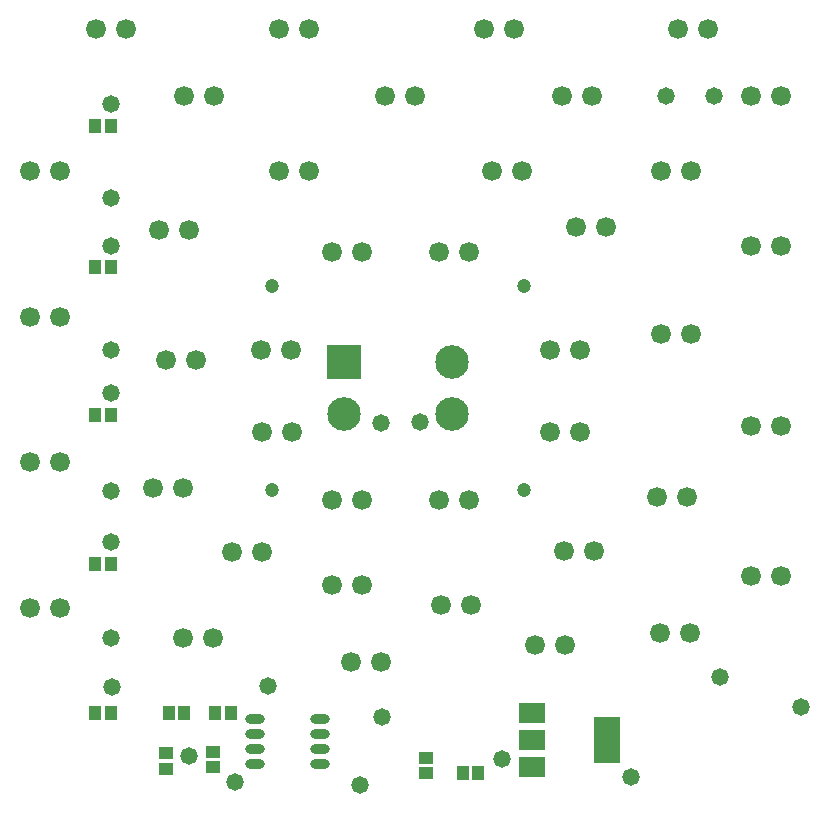
<source format=gts>
%FSLAX23Y23*%
%MOIN*%
%SFA1B1*%

%IPPOS*%
%ADD21R,0.043430X0.047370*%
%ADD22R,0.045400X0.041470*%
%ADD23R,0.041470X0.045400*%
%ADD24R,0.086740X0.157610*%
%ADD25R,0.086740X0.067060*%
%ADD26O,0.065090X0.031620*%
%ADD27C,0.066270*%
%ADD28C,0.047370*%
%ADD29C,0.111940*%
%ADD30R,0.111940X0.111940*%
%ADD31C,0.058000*%
%LNpcb1-1*%
%LPD*%
G54D21*
X613Y295D03*
X666D03*
X821D03*
X768D03*
G54D22*
X1470Y94D03*
Y145D03*
X760Y165D03*
Y114D03*
X605Y109D03*
Y160D03*
G54D23*
X1645Y95D03*
X1594D03*
X420Y295D03*
X369D03*
X420Y791D03*
X369D03*
X420Y1287D03*
X369D03*
X420Y1783D03*
X369D03*
X420Y2250D03*
X369D03*
G54D24*
X2073Y205D03*
G54D25*
X1825Y114D03*
Y205D03*
Y295D03*
G54D26*
X902Y275D03*
Y225D03*
Y175D03*
Y125D03*
X1117Y275D03*
Y225D03*
Y175D03*
Y125D03*
G54D27*
X1157Y1830D03*
X1257D03*
X2310Y2575D03*
X2410D03*
X1663D03*
X1763D03*
X980D03*
X1080D03*
X1885Y1505D03*
X1985D03*
X1885Y1230D03*
X1985D03*
X1157Y720D03*
X1257D03*
X1220Y465D03*
X1320D03*
X925Y1230D03*
X1025D03*
X920Y1505D03*
X1020D03*
X765Y2350D03*
X665D03*
X470Y2575D03*
X370D03*
X2025Y2350D03*
X1925D03*
X2655D03*
X2555D03*
X1435D03*
X1335D03*
X2071Y1915D03*
X1971D03*
X1615Y1830D03*
X1515D03*
X680Y1905D03*
X580D03*
X2353Y2100D03*
X2253D03*
X1790D03*
X1690D03*
X1080D03*
X980D03*
X250D03*
X150D03*
X2353Y1557D03*
X2253D03*
X705Y1470D03*
X605D03*
X2655Y1850D03*
X2555D03*
X250Y1615D03*
X150D03*
X2340Y1015D03*
X2240D03*
X2030Y835D03*
X1930D03*
X925Y830D03*
X825D03*
X660Y1045D03*
X560D03*
X2655Y1250D03*
X2555D03*
X1615Y1005D03*
X1515D03*
X1257D03*
X1157D03*
X250Y1130D03*
X150D03*
X2350Y560D03*
X2250D03*
X1935Y520D03*
X1835D03*
X760Y545D03*
X660D03*
X2655Y750D03*
X2555D03*
X1620Y655D03*
X1520D03*
X250Y645D03*
X150D03*
G54D28*
X1798Y1037D03*
X957D03*
Y1718D03*
X1798D03*
G54D29*
X1198Y1290D03*
X1557D03*
Y1465D03*
G54D30*
X1198Y1465D03*
G54D31*
X1724Y141D03*
X2450Y415D03*
X2720Y315D03*
X1320Y1260D03*
X1450Y1265D03*
X1325Y280D03*
X945Y385D03*
X1250Y55D03*
X835Y65D03*
X680Y150D03*
X420Y2325D03*
X2155Y80D03*
X420Y2010D03*
Y1850D03*
Y1505D03*
Y1360D03*
Y1035D03*
Y865D03*
Y545D03*
X425Y380D03*
X2430Y2350D03*
X2270D03*
M02*
</source>
